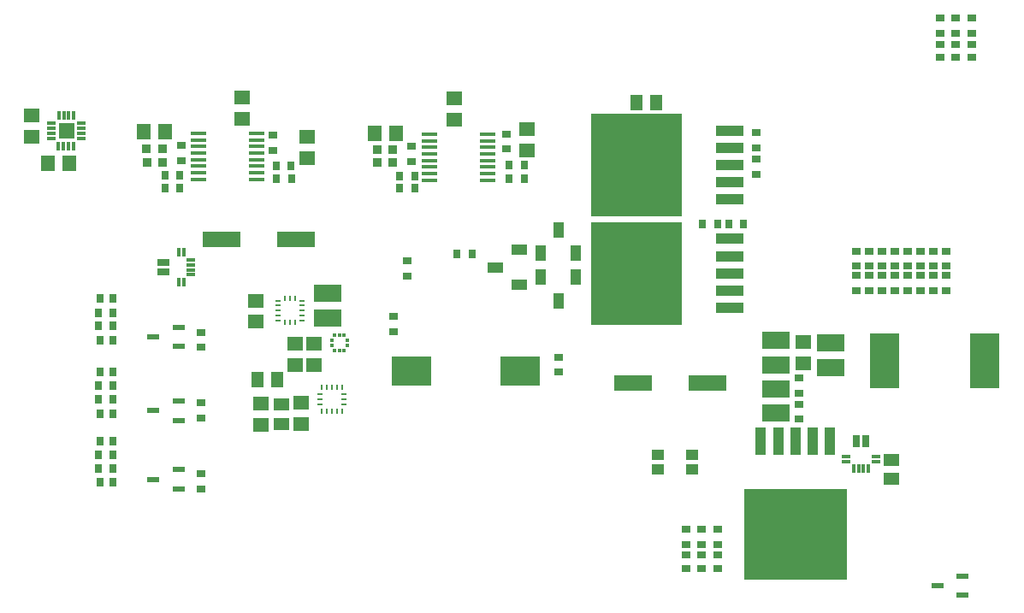
<source format=gtp>
G04*
G04 #@! TF.GenerationSoftware,Altium Limited,Altium Designer,18.0.7 (293)*
G04*
G04 Layer_Color=8421504*
%FSLAX25Y25*%
%MOIN*%
G70*
G01*
G75*
%ADD16R,0.05906X0.05118*%
%ADD17R,0.05906X0.05709*%
%ADD18R,0.05709X0.05906*%
%ADD19R,0.11417X0.21260*%
%ADD20R,0.14764X0.05906*%
%ADD21R,0.06299X0.03937*%
%ADD22R,0.03937X0.06299*%
%ADD23R,0.03701X0.03543*%
%ADD24R,0.02756X0.03543*%
%ADD25R,0.03543X0.02756*%
%ADD26R,0.01181X0.03347*%
%ADD27R,0.03347X0.01181*%
%ADD28R,0.05000X0.03150*%
%ADD29R,0.04000X0.10600*%
%ADD30R,0.40000X0.35200*%
%ADD31R,0.10600X0.04000*%
%ADD32R,0.35200X0.40000*%
%ADD33R,0.03150X0.05000*%
%ADD34R,0.06299X0.06299*%
%ADD35R,0.00984X0.01968*%
%ADD36R,0.01968X0.00984*%
%ADD37R,0.01378X0.01496*%
%ADD38R,0.06181X0.01614*%
%ADD39R,0.04764X0.02323*%
%ADD40R,0.04528X0.04134*%
%ADD41R,0.15748X0.11811*%
%ADD42R,0.03543X0.02756*%
%ADD43R,0.02756X0.03543*%
%ADD44R,0.05118X0.05906*%
%ADD45R,0.10600X0.06693*%
G36*
X154528Y373622D02*
Y372835D01*
X153740D01*
Y373622D01*
X154528D01*
D02*
G37*
G36*
Y376772D02*
Y375984D01*
X153740D01*
Y376772D01*
X154528D01*
D02*
G37*
G36*
X157677Y373622D02*
Y372835D01*
X156890D01*
Y373622D01*
X157677D01*
D02*
G37*
G36*
Y376772D02*
Y375984D01*
X156890D01*
Y376772D01*
X157677D01*
D02*
G37*
D16*
X477165Y239173D02*
D03*
Y246654D02*
D03*
X239370Y268110D02*
D03*
Y260630D02*
D03*
D17*
X244882Y283661D02*
D03*
Y291929D02*
D03*
X252362Y283661D02*
D03*
Y291929D02*
D03*
X231693Y260236D02*
D03*
Y268504D02*
D03*
X247244Y260433D02*
D03*
Y268701D02*
D03*
X142323Y372638D02*
D03*
Y380906D02*
D03*
X442913Y292520D02*
D03*
Y284252D02*
D03*
X335039Y367323D02*
D03*
Y375590D02*
D03*
X249410Y364173D02*
D03*
Y372441D02*
D03*
X306890Y379331D02*
D03*
Y387598D02*
D03*
X224213Y387795D02*
D03*
Y379528D02*
D03*
X229528Y300394D02*
D03*
Y308661D02*
D03*
D18*
X148622Y362205D02*
D03*
X156890D02*
D03*
X275787Y373819D02*
D03*
X284055D02*
D03*
X186024Y374410D02*
D03*
X194291D02*
D03*
D19*
X513583Y285039D02*
D03*
X474606D02*
D03*
D20*
X245079Y332677D02*
D03*
X216039D02*
D03*
X376425Y276378D02*
D03*
X405465D02*
D03*
D21*
X323031Y321654D02*
D03*
X332087Y314764D02*
D03*
Y328543D02*
D03*
D22*
X347441Y336221D02*
D03*
X340551Y327165D02*
D03*
X354331D02*
D03*
X347441Y308661D02*
D03*
X354331Y317717D02*
D03*
X340551D02*
D03*
D23*
X187047Y362598D02*
D03*
X193268D02*
D03*
X276811D02*
D03*
X283032D02*
D03*
X187008Y367913D02*
D03*
X193228D02*
D03*
X276811Y367520D02*
D03*
X283032D02*
D03*
D24*
X237598Y356299D02*
D03*
X243504D02*
D03*
X334055D02*
D03*
X328150D02*
D03*
X237402Y361221D02*
D03*
X243307D02*
D03*
X334055Y361417D02*
D03*
X328150D02*
D03*
X200000Y352559D02*
D03*
X194095D02*
D03*
X285630Y352362D02*
D03*
X291535D02*
D03*
X200000Y357480D02*
D03*
X194095D02*
D03*
X285630Y357283D02*
D03*
X291535D02*
D03*
X313779Y326969D02*
D03*
X307874D02*
D03*
X168110Y243307D02*
D03*
X174016D02*
D03*
X168110Y270079D02*
D03*
X174016D02*
D03*
X168110Y298819D02*
D03*
X174016D02*
D03*
X403543Y338583D02*
D03*
X409449D02*
D03*
X168110Y248425D02*
D03*
X174016D02*
D03*
X168110Y303937D02*
D03*
X174016D02*
D03*
X168110Y275394D02*
D03*
X174016D02*
D03*
X413779Y338583D02*
D03*
X419685D02*
D03*
D25*
X200394Y363189D02*
D03*
Y369094D02*
D03*
X290354Y368898D02*
D03*
Y362992D02*
D03*
X236221Y367323D02*
D03*
Y373228D02*
D03*
X327165Y373622D02*
D03*
Y367717D02*
D03*
X283268Y302559D02*
D03*
Y296654D02*
D03*
X347638Y280709D02*
D03*
Y286614D02*
D03*
X288386Y324213D02*
D03*
Y318307D02*
D03*
X502362Y418701D02*
D03*
Y412795D02*
D03*
X403346Y219488D02*
D03*
Y213583D02*
D03*
X508465Y418701D02*
D03*
Y412795D02*
D03*
X498425Y322047D02*
D03*
Y327953D02*
D03*
X496260Y418701D02*
D03*
Y412795D02*
D03*
X498425Y312598D02*
D03*
Y318504D02*
D03*
X483465Y312598D02*
D03*
Y318504D02*
D03*
X493504Y312598D02*
D03*
Y318504D02*
D03*
X483465Y322047D02*
D03*
Y327953D02*
D03*
X493504Y322047D02*
D03*
Y327953D02*
D03*
X488583Y312598D02*
D03*
Y318504D02*
D03*
X463386Y327952D02*
D03*
Y322046D02*
D03*
X488583Y322047D02*
D03*
Y327953D02*
D03*
X463386Y318503D02*
D03*
Y312597D02*
D03*
X478543Y312598D02*
D03*
Y318504D02*
D03*
X468504Y327952D02*
D03*
Y322046D02*
D03*
X478543Y322047D02*
D03*
Y327953D02*
D03*
X468504Y318503D02*
D03*
Y312597D02*
D03*
X473622Y327953D02*
D03*
Y322047D02*
D03*
Y318504D02*
D03*
Y312598D02*
D03*
X208071Y241142D02*
D03*
Y235236D02*
D03*
X208071Y268898D02*
D03*
Y262992D02*
D03*
X208071Y296260D02*
D03*
Y290354D02*
D03*
X397244Y219489D02*
D03*
Y213584D02*
D03*
X409449Y213583D02*
D03*
Y219488D02*
D03*
X424408Y374212D02*
D03*
Y368307D02*
D03*
X424409Y363779D02*
D03*
Y357874D02*
D03*
X441339Y272638D02*
D03*
Y278543D02*
D03*
Y262402D02*
D03*
Y268307D02*
D03*
D26*
X201378Y327362D02*
D03*
Y315945D02*
D03*
X199409D02*
D03*
Y327362D02*
D03*
X468307Y243110D02*
D03*
X466339D02*
D03*
X464370D02*
D03*
X462402D02*
D03*
X158606Y368913D02*
D03*
X156638D02*
D03*
X154669D02*
D03*
X152701D02*
D03*
X152740Y380740D02*
D03*
X154709D02*
D03*
X156677D02*
D03*
X158646D02*
D03*
D27*
X204134Y324606D02*
D03*
Y322638D02*
D03*
Y320669D02*
D03*
Y318701D02*
D03*
X471063Y245866D02*
D03*
X459646D02*
D03*
X471063Y247835D02*
D03*
X459646D02*
D03*
X149779Y371835D02*
D03*
Y373803D02*
D03*
Y375772D02*
D03*
Y377740D02*
D03*
X161606D02*
D03*
Y375772D02*
D03*
Y373803D02*
D03*
Y371835D02*
D03*
D28*
X193504Y323622D02*
D03*
Y319685D02*
D03*
D29*
X453164Y253710D02*
D03*
X446464D02*
D03*
X439764D02*
D03*
X433071Y253740D02*
D03*
X426364Y253710D02*
D03*
D30*
X439764Y217510D02*
D03*
D31*
X414153Y348017D02*
D03*
Y354717D02*
D03*
Y361417D02*
D03*
X414183Y368110D02*
D03*
X414153Y374817D02*
D03*
Y305891D02*
D03*
Y312591D02*
D03*
Y319291D02*
D03*
X414183Y325985D02*
D03*
X414153Y332691D02*
D03*
D32*
X377953Y361417D02*
D03*
Y319291D02*
D03*
D33*
X467323Y253740D02*
D03*
X463386D02*
D03*
D34*
X155709Y374803D02*
D03*
D35*
X255276Y265591D02*
D03*
X257244D02*
D03*
X259213D02*
D03*
X261181D02*
D03*
X263150D02*
D03*
Y274961D02*
D03*
X261181D02*
D03*
X259213D02*
D03*
X257244D02*
D03*
X255276D02*
D03*
X240945Y300039D02*
D03*
X242913D02*
D03*
X244882D02*
D03*
Y309409D02*
D03*
X242913D02*
D03*
X240945D02*
D03*
D36*
X263898Y268307D02*
D03*
Y270276D02*
D03*
Y272244D02*
D03*
X254528D02*
D03*
Y270276D02*
D03*
Y268307D02*
D03*
X238228Y308661D02*
D03*
Y306693D02*
D03*
Y304724D02*
D03*
Y302756D02*
D03*
Y300787D02*
D03*
X247598D02*
D03*
Y302756D02*
D03*
Y304724D02*
D03*
Y306693D02*
D03*
Y308661D02*
D03*
D37*
X260098Y295295D02*
D03*
X262067D02*
D03*
X264035D02*
D03*
X265079Y293268D02*
D03*
Y291299D02*
D03*
X264035Y289272D02*
D03*
X262067D02*
D03*
X260098D02*
D03*
X259055Y291299D02*
D03*
Y293268D02*
D03*
D38*
X297362Y355610D02*
D03*
Y358169D02*
D03*
Y360728D02*
D03*
Y363287D02*
D03*
Y365846D02*
D03*
Y368406D02*
D03*
Y370965D02*
D03*
Y373524D02*
D03*
X319961D02*
D03*
Y370965D02*
D03*
Y368406D02*
D03*
Y365846D02*
D03*
Y363287D02*
D03*
Y360728D02*
D03*
Y358169D02*
D03*
Y355610D02*
D03*
X207283Y355906D02*
D03*
Y358465D02*
D03*
Y361024D02*
D03*
Y363583D02*
D03*
Y366142D02*
D03*
Y368701D02*
D03*
Y371260D02*
D03*
Y373819D02*
D03*
X229882D02*
D03*
Y371260D02*
D03*
Y368701D02*
D03*
Y366142D02*
D03*
Y363583D02*
D03*
Y361024D02*
D03*
Y358465D02*
D03*
Y355906D02*
D03*
D39*
X199449Y290748D02*
D03*
Y298228D02*
D03*
X189567Y294488D02*
D03*
X199429Y262008D02*
D03*
Y269488D02*
D03*
X189547Y265748D02*
D03*
X199449Y235236D02*
D03*
Y242717D02*
D03*
X189567Y238976D02*
D03*
X504941Y193701D02*
D03*
Y201181D02*
D03*
X495059Y197441D02*
D03*
D40*
X399508Y242815D02*
D03*
Y248524D02*
D03*
X386319D02*
D03*
Y242815D02*
D03*
D41*
X332677Y281299D02*
D03*
X290158D02*
D03*
D42*
X397244Y204331D02*
D03*
Y209449D02*
D03*
X496260Y403543D02*
D03*
Y408661D02*
D03*
X508465Y403543D02*
D03*
Y408661D02*
D03*
X403346Y204331D02*
D03*
Y209449D02*
D03*
X502362Y403543D02*
D03*
Y408661D02*
D03*
X409449Y209449D02*
D03*
Y204331D02*
D03*
D43*
X168898Y293307D02*
D03*
X174016D02*
D03*
X168898Y264567D02*
D03*
X174016D02*
D03*
X168898Y237795D02*
D03*
X174016D02*
D03*
X168898Y280709D02*
D03*
X174016D02*
D03*
X168898Y309449D02*
D03*
X174016D02*
D03*
X168898Y253937D02*
D03*
X174016D02*
D03*
D44*
X377953Y385827D02*
D03*
X385433D02*
D03*
X230315Y277756D02*
D03*
X237795D02*
D03*
D45*
X453543Y282677D02*
D03*
Y292126D02*
D03*
X432283Y283661D02*
D03*
Y293110D02*
D03*
Y274213D02*
D03*
Y264764D02*
D03*
X257480Y311417D02*
D03*
Y301969D02*
D03*
M02*

</source>
